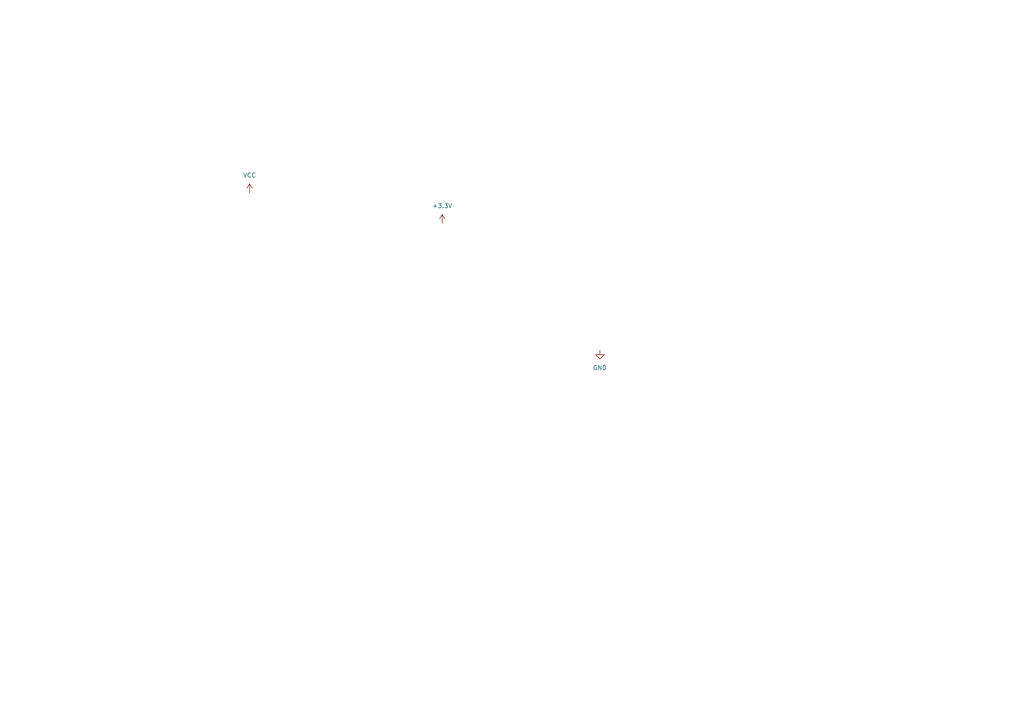
<source format=kicad_sch>
(kicad_sch
	(version 20250114)
	(generator "eeschema")
	(generator_version "9.0")
	(uuid "fc23e7ac-ea76-453a-9352-cc7dbd88fb0c")
	(paper "A4")
	(lib_symbols
		(symbol "power:+3.3V"
			(power)
			(pin_numbers
				(hide yes)
			)
			(pin_names
				(offset 0)
				(hide yes)
			)
			(exclude_from_sim no)
			(in_bom yes)
			(on_board yes)
			(property "Reference" "#PWR"
				(at 0 -3.81 0)
				(effects
					(font
						(size 1.27 1.27)
					)
					(hide yes)
				)
			)
			(property "Value" "+3.3V"
				(at 0 3.556 0)
				(effects
					(font
						(size 1.27 1.27)
					)
				)
			)
			(property "Footprint" ""
				(at 0 0 0)
				(effects
					(font
						(size 1.27 1.27)
					)
					(hide yes)
				)
			)
			(property "Datasheet" ""
				(at 0 0 0)
				(effects
					(font
						(size 1.27 1.27)
					)
					(hide yes)
				)
			)
			(property "Description" "Power symbol creates a global label with name \"+3.3V\""
				(at 0 0 0)
				(effects
					(font
						(size 1.27 1.27)
					)
					(hide yes)
				)
			)
			(property "ki_keywords" "global power"
				(at 0 0 0)
				(effects
					(font
						(size 1.27 1.27)
					)
					(hide yes)
				)
			)
			(symbol "+3.3V_0_1"
				(polyline
					(pts
						(xy -0.762 1.27) (xy 0 2.54)
					)
					(stroke
						(width 0)
						(type default)
					)
					(fill
						(type none)
					)
				)
				(polyline
					(pts
						(xy 0 2.54) (xy 0.762 1.27)
					)
					(stroke
						(width 0)
						(type default)
					)
					(fill
						(type none)
					)
				)
				(polyline
					(pts
						(xy 0 0) (xy 0 2.54)
					)
					(stroke
						(width 0)
						(type default)
					)
					(fill
						(type none)
					)
				)
			)
			(symbol "+3.3V_1_1"
				(pin power_in line
					(at 0 0 90)
					(length 0)
					(name "~"
						(effects
							(font
								(size 1.27 1.27)
							)
						)
					)
					(number "1"
						(effects
							(font
								(size 1.27 1.27)
							)
						)
					)
				)
			)
			(embedded_fonts no)
		)
		(symbol "power:GND"
			(power)
			(pin_numbers
				(hide yes)
			)
			(pin_names
				(offset 0)
				(hide yes)
			)
			(exclude_from_sim no)
			(in_bom yes)
			(on_board yes)
			(property "Reference" "#PWR"
				(at 0 -6.35 0)
				(effects
					(font
						(size 1.27 1.27)
					)
					(hide yes)
				)
			)
			(property "Value" "GND"
				(at 0 -3.81 0)
				(effects
					(font
						(size 1.27 1.27)
					)
				)
			)
			(property "Footprint" ""
				(at 0 0 0)
				(effects
					(font
						(size 1.27 1.27)
					)
					(hide yes)
				)
			)
			(property "Datasheet" ""
				(at 0 0 0)
				(effects
					(font
						(size 1.27 1.27)
					)
					(hide yes)
				)
			)
			(property "Description" "Power symbol creates a global label with name \"GND\" , ground"
				(at 0 0 0)
				(effects
					(font
						(size 1.27 1.27)
					)
					(hide yes)
				)
			)
			(property "ki_keywords" "global power"
				(at 0 0 0)
				(effects
					(font
						(size 1.27 1.27)
					)
					(hide yes)
				)
			)
			(symbol "GND_0_1"
				(polyline
					(pts
						(xy 0 0) (xy 0 -1.27) (xy 1.27 -1.27) (xy 0 -2.54) (xy -1.27 -1.27) (xy 0 -1.27)
					)
					(stroke
						(width 0)
						(type default)
					)
					(fill
						(type none)
					)
				)
			)
			(symbol "GND_1_1"
				(pin power_in line
					(at 0 0 270)
					(length 0)
					(name "~"
						(effects
							(font
								(size 1.27 1.27)
							)
						)
					)
					(number "1"
						(effects
							(font
								(size 1.27 1.27)
							)
						)
					)
				)
			)
			(embedded_fonts no)
		)
		(symbol "power:VCC"
			(power)
			(pin_numbers
				(hide yes)
			)
			(pin_names
				(offset 0)
				(hide yes)
			)
			(exclude_from_sim no)
			(in_bom yes)
			(on_board yes)
			(property "Reference" "#PWR"
				(at 0 -3.81 0)
				(effects
					(font
						(size 1.27 1.27)
					)
					(hide yes)
				)
			)
			(property "Value" "VCC"
				(at 0 3.556 0)
				(effects
					(font
						(size 1.27 1.27)
					)
				)
			)
			(property "Footprint" ""
				(at 0 0 0)
				(effects
					(font
						(size 1.27 1.27)
					)
					(hide yes)
				)
			)
			(property "Datasheet" ""
				(at 0 0 0)
				(effects
					(font
						(size 1.27 1.27)
					)
					(hide yes)
				)
			)
			(property "Description" "Power symbol creates a global label with name \"VCC\""
				(at 0 0 0)
				(effects
					(font
						(size 1.27 1.27)
					)
					(hide yes)
				)
			)
			(property "ki_keywords" "global power"
				(at 0 0 0)
				(effects
					(font
						(size 1.27 1.27)
					)
					(hide yes)
				)
			)
			(symbol "VCC_0_1"
				(polyline
					(pts
						(xy -0.762 1.27) (xy 0 2.54)
					)
					(stroke
						(width 0)
						(type default)
					)
					(fill
						(type none)
					)
				)
				(polyline
					(pts
						(xy 0 2.54) (xy 0.762 1.27)
					)
					(stroke
						(width 0)
						(type default)
					)
					(fill
						(type none)
					)
				)
				(polyline
					(pts
						(xy 0 0) (xy 0 2.54)
					)
					(stroke
						(width 0)
						(type default)
					)
					(fill
						(type none)
					)
				)
			)
			(symbol "VCC_1_1"
				(pin power_in line
					(at 0 0 90)
					(length 0)
					(name "~"
						(effects
							(font
								(size 1.27 1.27)
							)
						)
					)
					(number "1"
						(effects
							(font
								(size 1.27 1.27)
							)
						)
					)
				)
			)
			(embedded_fonts no)
		)
	)
	(symbol
		(lib_id "power:VCC")
		(at 72.39 55.88 0)
		(unit 1)
		(exclude_from_sim no)
		(in_bom yes)
		(on_board yes)
		(dnp no)
		(fields_autoplaced yes)
		(uuid "1932f92a-fcfa-45ee-b6eb-cdfe9c7ec5ce")
		(property "Reference" "#PWR05"
			(at 72.39 59.69 0)
			(effects
				(font
					(size 1.27 1.27)
				)
				(hide yes)
			)
		)
		(property "Value" "VCC"
			(at 72.39 50.8 0)
			(effects
				(font
					(size 1.27 1.27)
				)
			)
		)
		(property "Footprint" ""
			(at 72.39 55.88 0)
			(effects
				(font
					(size 1.27 1.27)
				)
				(hide yes)
			)
		)
		(property "Datasheet" ""
			(at 72.39 55.88 0)
			(effects
				(font
					(size 1.27 1.27)
				)
				(hide yes)
			)
		)
		(property "Description" "Power symbol creates a global label with name \"VCC\""
			(at 72.39 55.88 0)
			(effects
				(font
					(size 1.27 1.27)
				)
				(hide yes)
			)
		)
		(pin "1"
			(uuid "40a507ad-f7b7-4dc7-898b-57c4ca29902e")
		)
		(instances
			(project ""
				(path "/3dc9151e-2269-486b-a333-294da30e5c12/2a311e9e-5d57-4c9f-9d0e-316388e7aa1e"
					(reference "#PWR05")
					(unit 1)
				)
			)
		)
	)
	(symbol
		(lib_id "power:GND")
		(at 173.99 101.6 0)
		(unit 1)
		(exclude_from_sim no)
		(in_bom yes)
		(on_board yes)
		(dnp no)
		(fields_autoplaced yes)
		(uuid "3ff6da73-fe50-4539-a0ca-5786b686724c")
		(property "Reference" "#PWR06"
			(at 173.99 107.95 0)
			(effects
				(font
					(size 1.27 1.27)
				)
				(hide yes)
			)
		)
		(property "Value" "GND"
			(at 173.99 106.68 0)
			(effects
				(font
					(size 1.27 1.27)
				)
			)
		)
		(property "Footprint" ""
			(at 173.99 101.6 0)
			(effects
				(font
					(size 1.27 1.27)
				)
				(hide yes)
			)
		)
		(property "Datasheet" ""
			(at 173.99 101.6 0)
			(effects
				(font
					(size 1.27 1.27)
				)
				(hide yes)
			)
		)
		(property "Description" "Power symbol creates a global label with name \"GND\" , ground"
			(at 173.99 101.6 0)
			(effects
				(font
					(size 1.27 1.27)
				)
				(hide yes)
			)
		)
		(pin "1"
			(uuid "69b1ab8a-4c0d-41d5-8c47-ff778baba363")
		)
		(instances
			(project ""
				(path "/3dc9151e-2269-486b-a333-294da30e5c12/2a311e9e-5d57-4c9f-9d0e-316388e7aa1e"
					(reference "#PWR06")
					(unit 1)
				)
			)
		)
	)
	(symbol
		(lib_id "power:+3.3V")
		(at 128.27 64.77 0)
		(unit 1)
		(exclude_from_sim no)
		(in_bom yes)
		(on_board yes)
		(dnp no)
		(fields_autoplaced yes)
		(uuid "bf11f45b-e505-4e58-88ed-80691765c26d")
		(property "Reference" "#PWR07"
			(at 128.27 68.58 0)
			(effects
				(font
					(size 1.27 1.27)
				)
				(hide yes)
			)
		)
		(property "Value" "+3.3V"
			(at 128.27 59.69 0)
			(effects
				(font
					(size 1.27 1.27)
				)
			)
		)
		(property "Footprint" ""
			(at 128.27 64.77 0)
			(effects
				(font
					(size 1.27 1.27)
				)
				(hide yes)
			)
		)
		(property "Datasheet" ""
			(at 128.27 64.77 0)
			(effects
				(font
					(size 1.27 1.27)
				)
				(hide yes)
			)
		)
		(property "Description" "Power symbol creates a global label with name \"+3.3V\""
			(at 128.27 64.77 0)
			(effects
				(font
					(size 1.27 1.27)
				)
				(hide yes)
			)
		)
		(pin "1"
			(uuid "6a191b18-4c3c-4d55-a43e-356509210be0")
		)
		(instances
			(project ""
				(path "/3dc9151e-2269-486b-a333-294da30e5c12/2a311e9e-5d57-4c9f-9d0e-316388e7aa1e"
					(reference "#PWR07")
					(unit 1)
				)
			)
		)
	)
)

</source>
